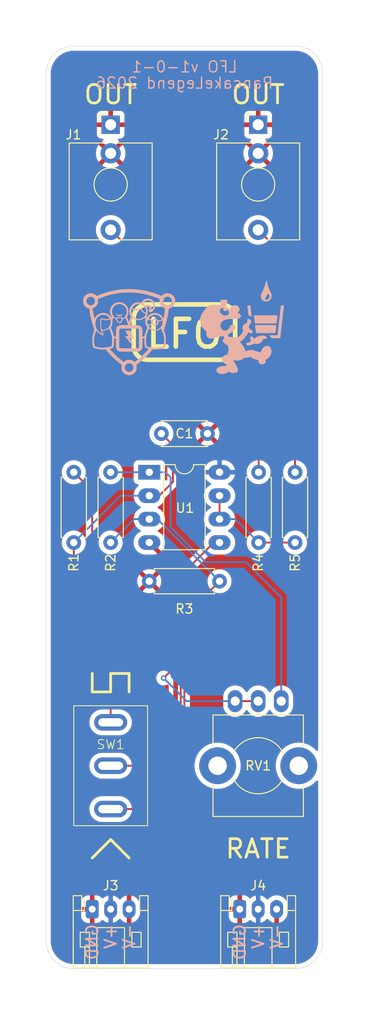
<source format=kicad_pcb>
(kicad_pcb (version 20241229) (generator "pcbnew") (generator_version "9.0")
  (layers (0 "F.Cu" signal) (2 "B.Cu" signal) (13 "F.Paste" user) (15 "B.Paste" user) (5 "F.SilkS" user "F.Silkscreen") (7 "B.SilkS" user "B.Silkscreen") (1 "F.Mask" user) (3 "B.Mask" user) (25 "Edge.Cuts" user))
  (net 0 "")
  (net 1 "GND")
  (net 2 "VDD")
  (net 3 "VSS")
  (net 4 "Net-(SW1-A)")
  (net 5 "Net-(SW1-C)")
  (net 6 "Net-(R2-Pad2)")
  (net 7 "Net-(U1B--)")
  (net 8 "Net-(SW1-B)")
  (net 9 "Net-(J1-PadT)")
  (net 10 "Net-(J2-PadT)")
  (net 11 "Net-(R1-Pad1)")
  (footprint "HackSynth:R_Axial_DIN0207_L6.3mm_D2.5mm_P7.62mm_Horizontal" (layer "F.Cu") (at 162 96.19 -90)
    (property "Reference" "R5" (at 9.81 0 90) (layer "F.SilkS"))
    (property "Value" "1k")
    (pad "1" thru_hole circle (at 0 0 270) (size 1.6 1.6) (drill 0.8) (layers "*.Cu" "*.Mask") (net 10 "Net-(J2-PadT)"))
    (pad "2" thru_hole oval (at 7.62 0 270) (size 1.6 1.6) (drill 0.8) (layers "*.Cu" "*.Mask") (net 7 "Net-(U1B--)"))
  )
  (footprint "HackSynth:R_Axial_DIN0207_L6.3mm_D2.5mm_P7.62mm_Horizontal" (layer "F.Cu") (at 146.19 108)
    (property "Reference" "R3" (at 3.81 3 0) (layer "F.SilkS"))
    (property "Value" "56k")
    (pad "1" thru_hole circle (at 0 0) (size 1.6 1.6) (drill 0.8) (layers "*.Cu" "*.Mask") (net 1 "GND"))
    (pad "2" thru_hole oval (at 7.62 0) (size 1.6 1.6) (drill 0.8) (layers "*.Cu" "*.Mask") (net 5 "Net-(SW1-C)"))
  )
  (footprint "HackSynth:R_Axial_DIN0207_L6.3mm_D2.5mm_P7.62mm_Horizontal" (layer "F.Cu") (at 138 96.19 -90)
    (property "Reference" "R1" (at 9.81 0 90) (layer "F.SilkS"))
    (property "Value" "10k")
    (pad "1" thru_hole circle (at 0 0 270) (size 1.6 1.6) (drill 0.8) (layers "*.Cu" "*.Mask") (net 11 "Net-(R1-Pad1)"))
    (pad "2" thru_hole oval (at 7.62 0 270) (size 1.6 1.6) (drill 0.8) (layers "*.Cu" "*.Mask") (net 4 "Net-(SW1-A)"))
  )
  (footprint "HackSynth:R_Axial_DIN0207_L6.3mm_D2.5mm_P7.62mm_Horizontal" (layer "F.Cu") (at 158.05 96.19 -90)
    (property "Reference" "R4" (at 9.81 0.05 90) (layer "F.SilkS"))
    (property "Value" "1k")
    (pad "1" thru_hole circle (at 0 0 270) (size 1.6 1.6) (drill 0.8) (layers "*.Cu" "*.Mask") (net 9 "Net-(J1-PadT)"))
    (pad "2" thru_hole oval (at 7.62 0 270) (size 1.6 1.6) (drill 0.8) (layers "*.Cu" "*.Mask") (net 7 "Net-(U1B--)"))
  )
  (footprint "HackSynth:R_Axial_DIN0207_L6.3mm_D2.5mm_P7.62mm_Horizontal" (layer "F.Cu") (at 142 103.81 90)
    (property "Reference" "R2" (at -2.19 0 90) (layer "F.SilkS"))
    (property "Value" "100k")
    (pad "1" thru_hole circle (at 0 0 90) (size 1.6 1.6) (drill 0.8) (layers "*.Cu" "*.Mask") (net 5 "Net-(SW1-C)"))
    (pad "2" thru_hole oval (at 7.62 0 90) (size 1.6 1.6) (drill 0.8) (layers "*.Cu" "*.Mask") (net 6 "Net-(R2-Pad2)"))
  )
  (footprint "HackSynth:Module 30x100mm" (layer "F.Cu") (at 150 100)
    (property "Reference" "REF**" (hide yes))
    (property "Value" "Untitled" (hide yes))
    (fp_line (start -14.999999 -47) (end -15 47) (stroke (width 0.05)) (layer "Edge.Cuts"))
    (fp_line (start -12 49.999999) (end 12 50) (stroke (width 0.05)) (layer "Edge.Cuts"))
    (fp_line (start 12 -50) (end -12 -50) (stroke (width 0.05)) (layer "Edge.Cuts"))
    (fp_line (start 15 47) (end 15 -47) (stroke (width 0.05)) (layer "Edge.Cuts"))
    (fp_arc (start -15 -47) (mid -14.12132 -49.12132) (end -12 -50) (stroke (width 0.05)) (layer "Edge.Cuts"))
    (fp_arc (start -12 50) (mid -14.12132 49.12132) (end -15 47) (stroke (width 0.05)) (layer "Edge.Cuts"))
    (fp_arc (start 12 -50) (mid 14.12132 -49.12132) (end 15 -47) (stroke (width 0.05)) (layer "Edge.Cuts"))
    (fp_arc (start 15 47) (mid 14.12132 49.12132) (end 12 50) (stroke (width 0.05)) (layer "Edge.Cuts"))
  )
  (footprint "HackSynth:Potentiometer_Alps_RK09K_Horizontal" (layer "F.Cu") (at 158 128 180)
    (property "Reference" "RV1" (at 0 0 0) (layer "F.SilkS"))
    (property "Value" "1M")
    (pad "" np_thru_hole circle (at -4.4 0 270) (size 4 4) (drill 2) (layers "*.Cu" "*.Mask"))
    (pad "" np_thru_hole circle (at 4.4 0 270) (size 4 4) (drill 2) (layers "*.Cu" "*.Mask"))
    (pad "1" thru_hole oval (at 2.500001 7 270) (size 2.4 1.6) (drill 1) (layers "*.Cu" "*.Mask") (net 11 "Net-(R1-Pad1)"))
    (pad "2" thru_hole oval (at 0 7 270) (size 2.4 1.6) (drill 1) (layers "*.Cu" "*.Mask") (net 11 "Net-(R1-Pad1)"))
    (pad "3" thru_hole oval (at -2.500001 7 270) (size 2.4 1.6) (drill 1) (layers "*.Cu" "*.Mask") (net 6 "Net-(R2-Pad2)"))
  )
  (footprint "HackSynth:JST_PH_S3B-PH-K_1x03_P2.00mm_Horizontal" (layer "F.Cu") (at 140 143.55)
    (property "Reference" "J3" (at 2 -2.55 0) (layer "F.SilkS"))
    (property "Value" "Conn_01x03")
    (fp_text user "-V" (at 4 1.5 90) (layer "B.SilkS") (effects (font (size 1.27 1.27) (thickness 0.2)) (justify left mirror)))
    (fp_text user "+V" (at 2 1.5 90) (layer "B.SilkS") (effects (font (size 1.27 1.27) (thickness 0.2)) (justify left mirror)))
    (fp_text user "GND" (at 0 1.5 90) (layer "B.SilkS") (effects (font (size 1.27 1.27) (thickness 0.2)) (justify left mirror)))
    (pad "1" thru_hole roundrect (at 0 0) (size 1.4 2) (drill 0.75) (layers "*.Cu" "*.Mask") (roundrect_rratio 0.208333) (net 1 "GND"))
    (pad "2" thru_hole oval (at 2 0) (size 1.4 2) (drill 0.75) (layers "*.Cu" "*.Mask") (net 2 "VDD"))
    (pad "3" thru_hole oval (at 4 0) (size 1.4 2) (drill 0.75) (layers "*.Cu" "*.Mask") (net 3 "VSS"))
  )
  (footprint "HackSynth:JST_PH_S3B-PH-K_1x03_P2.00mm_Horizontal" (layer "F.Cu") (at 156 143.55)
    (property "Reference" "J4" (at 2 -2.55 0) (layer "F.SilkS"))
    (property "Value" "Conn_01x03")
    (fp_text user "GND" (at 0 1.5 90) (layer "B.SilkS") (effects (font (size 1.27 1.27) (thickness 0.2)) (justify left mirror)))
    (fp_text user "+V" (at 2 1.5 90) (layer "B.SilkS") (effects (font (size 1.27 1.27) (thickness 0.2)) (justify left mirror)))
    (fp_text user "-V" (at 4 1.5 90) (layer "B.SilkS") (effects (font (size 1.27 1.27) (thickness 0.2)) (justify left mirror)))
    (pad "1" thru_hole roundrect (at 0 0) (size 1.4 2) (drill 0.75) (layers "*.Cu" "*.Mask") (roundrect_rratio 0.208333) (net 1 "GND"))
    (pad "2" thru_hole oval (at 2 0) (size 1.4 2) (drill 0.75) (layers "*.Cu" "*.Mask") (net 2 "VDD"))
    (pad "3" thru_hole oval (at 4 0) (size 1.4 2) (drill 0.75) (layers "*.Cu" "*.Mask") (net 3 "VSS"))
  )
  (footprint "HackSynth:Jack_3.5mm" (layer "F.Cu") (at 142 65 180)
    (property "Reference" "J1" (at 4.03 5.4 0) (layer "F.SilkS"))
    (property "Value" "OUT")
    (pad "G" thru_hole rect (at 0 6.48 180) (size 2 2) (drill 1.2) (layers "*.Cu" "*.Mask") (net 1 "GND"))
    (pad "S" thru_hole circle (at 0 3.38 180) (size 2.2 2.2) (drill 1.2) (layers "*.Cu" "*.Mask") (net 1 "GND"))
    (pad "T" thru_hole circle (at 0 -4.92 180) (size 2.2 2.2) (drill 1.2) (layers "*.Cu" "*.Mask") (net 9 "Net-(J1-PadT)"))
    (zone (net 0) (net_name "") (layer "F.Cu") (connect_pads (clearance 0)) (min_thickness 0.254)
      (keepout (tracks not_allowed) (vias not_allowed) (pads not_allowed) (copperpour not_allowed) (footprints not_allowed))
      (fill (thermal_gap 0.508) (thermal_bridge_width 0.508))
      (polygon (pts (xy 143.505141 65) (xy 143.48493 64.754171) (xy 143.424841 64.514945) (xy 143.326486 64.288744) (xy 143.192508 64.081645) (xy 143.026504 63.89921) (xy 142.832932 63.746336) (xy 142.616992 63.627131) (xy 142.384482 63.544794) (xy 142.141646 63.501539) (xy 141.895007 63.498525) (xy 141.651187 63.535835) (xy 141.416734 63.612466) (xy 141.197946 63.72636) (xy 141.000697 63.874458) (xy 140.830286 64.052784) (xy 140.691288 64.256548) (xy 140.587436 64.480278) (xy 140.521519 64.717965) (xy 140.495308 64.963226) (xy 140.509507 65.209475) (xy 140.563734 65.450099) (xy 140.656532 65.678634) (xy 140.785411 65.888945) (xy 140.946908 66.075382) (xy 141.136687 66.232939) (xy 141.34965 66.357385) (xy 141.580079 66.445377) (xy 141.821785 66.494553) (xy 142.068278 66.503592) (xy 142.312936 66.47225) (xy 142.549191 66.40137) (xy 142.770697 66.292856) (xy 142.971505 66.149621) (xy 143.146223 65.975512) (xy 143.290158 65.775205) (xy 143.399445 65.554079) (xy 143.471149 65.318074) (xy 143.503344 65.073526)))
    )
  )
  (footprint "HackSynth:Jack_3.5mm" (layer "F.Cu") (at 158 65 180)
    (property "Reference" "J2" (at 4.03 5.4 0) (layer "F.SilkS"))
    (property "Value" "OUT")
    (pad "G" thru_hole rect (at 0 6.48 180) (size 2 2) (drill 1.2) (layers "*.Cu" "*.Mask") (net 1 "GND"))
    (pad "S" thru_hole circle (at 0 3.38 180) (size 2.2 2.2) (drill 1.2) (layers "*.Cu" "*.Mask") (net 1 "GND"))
    (pad "T" thru_hole circle (at 0 -4.92 180) (size 2.2 2.2) (drill 1.2) (layers "*.Cu" "*.Mask") (net 10 "Net-(J2-PadT)"))
    (zone (net 0) (net_name "") (layer "F.Cu") (connect_pads (clearance 0)) (min_thickness 0.254)
      (keepout (tracks not_allowed) (vias not_allowed) (pads not_allowed) (copperpour not_allowed) (footprints not_allowed))
      (fill (thermal_gap 0.508) (thermal_bridge_width 0.508))
      (polygon (pts (xy 159.505141 65) (xy 159.48493 64.754171) (xy 159.424841 64.514945) (xy 159.326486 64.288744) (xy 159.192508 64.081645) (xy 159.026504 63.89921) (xy 158.832932 63.746336) (xy 158.616992 63.627131) (xy 158.384482 63.544794) (xy 158.141646 63.501539) (xy 157.895007 63.498525) (xy 157.651187 63.535835) (xy 157.416734 63.612466) (xy 157.197946 63.72636) (xy 157.000697 63.874458) (xy 156.830286 64.052784) (xy 156.691288 64.256548) (xy 156.587436 64.480278) (xy 156.521519 64.717965) (xy 156.495308 64.963226) (xy 156.509507 65.209475) (xy 156.563734 65.450099) (xy 156.656532 65.678634) (xy 156.785411 65.888945) (xy 156.946908 66.075382) (xy 157.136687 66.232939) (xy 157.34965 66.357385) (xy 157.580079 66.445377) (xy 157.821785 66.494553) (xy 158.068278 66.503592) (xy 158.312936 66.47225) (xy 158.549191 66.40137) (xy 158.770697 66.292856) (xy 158.971505 66.149621) (xy 159.146223 65.975512) (xy 159.290158 65.775205) (xy 159.399445 65.554079) (xy 159.471149 65.318074) (xy 159.503344 65.073526)))
    )
  )
  (footprint "HackSynth:Switch SPDT - MTS-102" (layer "F.Cu") (at 142 128)
    (property "Reference" "SW1" (at 0 -2.3 0) (layer "F.SilkS") (effects (font (thickness 0.1))))
    (property "Value" "SW_SPDT" (hide yes))
    (pad "1" thru_hole oval (at 0 -4.7) (size 3.6 1.8) (drill oval 2.7 0.9) (layers "*.Cu" "*.Mask") (net 4 "Net-(SW1-A)"))
    (pad "2" thru_hole oval (at 0 0) (size 3.6 1.8) (drill oval 2.7 0.9) (layers "*.Cu" "*.Mask") (net 8 "Net-(SW1-B)"))
    (pad "3" thru_hole oval (at 0 4.7) (size 3.6 1.8) (drill oval 2.7 0.9) (layers "*.Cu" "*.Mask") (net 5 "Net-(SW1-C)"))
  )
  (footprint "HackSynth:DIP-8_W7.62mm_LongPads" (layer "F.Cu") (at 150 100)
    (property "Reference" "U1" (at 0.065 0.07 0) (layer "F.SilkS"))
    (property "Value" "TL072")
    (pad "1" thru_hole rect (at -3.81 -3.81) (size 2.4 1.6) (drill 0.8) (layers "*.Cu" "*.Mask") (net 6 "Net-(R2-Pad2)"))
    (pad "2" thru_hole oval (at -3.81 -1.27) (size 2.4 1.6) (drill 0.8) (layers "*.Cu" "*.Mask") (net 4 "Net-(SW1-A)"))
    (pad "3" thru_hole oval (at -3.81 1.27) (size 2.4 1.6) (drill 0.8) (layers "*.Cu" "*.Mask") (net 5 "Net-(SW1-C)"))
    (pad "4" thru_hole oval (at -3.81 3.81) (size 2.4 1.6) (drill 0.8) (layers "*.Cu" "*.Mask") (net 3 "VSS"))
    (pad "5" thru_hole oval (at 3.81 3.81) (size 2.4 1.6) (drill 0.8) (layers "*.Cu" "*.Mask") (net 8 "Net-(SW1-B)"))
    (pad "6" thru_hole oval (at 3.81 1.27) (size 2.4 1.6) (drill 0.8) (layers "*.Cu" "*.Mask") (net 7 "Net-(U1B--)"))
    (pad "7" thru_hole oval (at 3.81 -1.27) (size 2.4 1.6) (drill 0.8) (layers "*.Cu" "*.Mask") (net 7 "Net-(U1B--)"))
    (pad "8" thru_hole oval (at 3.81 -3.81) (size 2.4 1.6) (drill 0.8) (layers "*.Cu" "*.Mask") (net 2 "VDD"))
  )
  (footprint "HackSynth:C_Ceramic_D4.5mm_P5.00mm" (layer "F.Cu") (at 147.5 92)
    (property "Reference" "C1" (at 2.5 0.000001 0) (layer "F.SilkS"))
    (property "Value" "2µ2")
    (pad "1" thru_hole circle (at 0 0) (size 1.6 1.6) (drill 0.8) (layers "*.Cu" "*.Mask") (net 4 "Net-(SW1-A)"))
    (pad "2" thru_hole circle (at 5 0) (size 1.6 1.6) (drill 0.8) (layers "*.Cu" "*.Mask") (net 1 "GND"))
  )
  (footprint "HackSynth:CCHS Logo - 10mm" (layer "B.Cu") (at 144 81 180)
    (property "Reference" "Ref**" (hide yes))
    (property "Value" "Val**" (hide yes))
  )
  (footprint "HackSynth:PancakeLegend Logo - 10mm Invert" (layer "B.Cu") (at 156.4 80.5 180)
    (property "Reference" "G***" (hide yes))
    (property "Value" "LOGO" (hide yes))
  )
  (gr_arc (start 154 77.999999) (mid 155.06066 78.439339) (end 155.5 79.499999) (stroke (width 0.5)) (layer "F.SilkS"))
  (gr_line (start 140 138) (end 142 136) (stroke (width 0.3)) (layer "F.SilkS"))
  (gr_line (start 145.999999 83.999999) (end 154.000001 84) (stroke (width 0.5)) (layer "F.SilkS"))
  (gr_line (start 144.499999 79.499998) (end 144.499999 82.499998) (stroke (width 0.5)) (layer "F.SilkS"))
  (gr_arc (start 145.999999 84) (mid 144.939339 83.56066) (end 144.499999 82.5) (stroke (width 0.5)) (layer "F.SilkS"))
  (gr_line (start 142 118) (end 142 120) (stroke (width 0.3)) (layer "F.SilkS"))
  (gr_line (start 142 118) (end 144 118) (stroke (width 0.3)) (layer "F.SilkS"))
  (gr_line (start 155.5 79.499999) (end 155.5 82.499999) (stroke (width 0.5)) (layer "F.SilkS"))
  (gr_line (start 142 136) (end 144 138) (stroke (width 0.3)) (layer "F.SilkS"))
  (gr_arc (start 144.499999 79.499998) (mid 144.939339 78.439338) (end 145.999999 77.999998) (stroke (width 0.5)) (layer "F.SilkS"))
  (gr_line (start 140 118) (end 140 120) (stroke (width 0.3)) (layer "F.SilkS"))
  (gr_line (start 146 77.999998) (end 154 77.999999) (stroke (width 0.5)) (layer "F.SilkS"))
  (gr_line (start 140 120) (end 142 120) (stroke (width 0.3)) (layer "F.SilkS"))
  (gr_line (start 144 118) (end 144 120) (stroke (width 0.3)) (layer "F.SilkS"))
  (gr_arc (start 155.500001 82.5) (mid 155.060661 83.56066) (end 154.000001 84) (stroke (width 0.5)) (layer "F.SilkS"))
  (gr_text "OUT\n" (at 158 55.25 0) (layer "F.SilkS") (effects (font (size 2 2) (thickness 0.3))))
  (gr_text "RATE" (at 158.000001 137 0) (layer "F.SilkS") (effects (font (size 2 2) (thickness 0.3))))
  (gr_text "LFO" (at 150 81.2 0) (layer "F.SilkS") (effects (font (size 3 3) (thickness 0.5) (bold yes))))
  (gr_text "OUT\n" (at 142 55.25 0) (layer "F.SilkS") (effects (font (size 2 2) (thickness 0.3))))
  (gr_text "LFO v1-0-1" (at 150 52.250001 0) (layer "B.SilkS") (effects (font (size 1.2 1.2)) (justify mirror)))
  (gr_text "PancakeLegend 2026" (at 150 54 0) (layer "B.SilkS") (effects (font (size 1.2 1.2)) (justify mirror)))
  (segment (start 139 136) (end 139 127) (width 0.5) (layer "F.Cu") (net 3))
  (segment (start 144 143.55) (end 144 145.5) (width 0.5) (layer "F.Cu") (net 3))
  (segment (start 149.048 124.452) (end 149.048 106.668) (width 0.5) (layer "F.Cu") (net 3))
  (segment (start 160 145.5) (end 160 143.55) (width 0.5) (layer "F.Cu") (net 3))
  (segment (start 148 125.5) (end 149.048 124.452) (width 0.5) (layer "F.Cu") (net 3))
  (segment (start 144 141) (end 139 136) (width 0.5) (layer "F.Cu") (net 3))
  (segment (start 144 143.55) (end 144 141) (width 0.5) (layer "F.Cu") (net 3))
  (segment (start 139 127) (end 140.5 125.5) (width 0.5) (layer "F.Cu") (net 3))
  (segment (start 144 145.5) (end 145 146.5) (width 0.5) (layer "F.Cu") (net 3))
  (segment (start 145 146.5) (end 159 146.5) (width 0.5) (layer "F.Cu") (net 3))
  (segment (start 159 146.5) (end 160 145.5) (width 0.5) (layer "F.Cu") (net 3))
  (segment (start 140.5 125.5) (end 148 125.5) (width 0.5) (layer "F.Cu") (net 3))
  (segment (start 149.048 106.668) (end 146.19 103.81) (width 0.5) (layer "F.Cu") (net 3))
  (segment (start 138 114) (end 138 103.81) (width 0.2) (layer "F.Cu") (net 4))
  (segment (start 147.27 98.73) (end 148.75 97.25) (width 0.2) (layer "F.Cu") (net 4))
  (segment (start 146.19 98.73) (end 147.27 98.73) (width 0.2) (layer "F.Cu") (net 4))
  (segment (start 142 118) (end 138 114) (width 0.2) (layer "F.Cu") (net 4))
  (segment (start 148.75 97.25) (end 148.75 93.25) (width 0.2) (layer "F.Cu") (net 4))
  (segment (start 142 123.3) (end 142 118) (width 0.2) (layer "F.Cu") (net 4))
  (segment (start 148.75 93.25) (end 147.5 92) (width 0.2) (layer "F.Cu") (net 4))
  (segment (start 146.19 98.73) (end 143.08 98.73) (width 0.2) (layer "B.Cu") (net 4))
  (segment (start 143.08 98.73) (end 138 103.81) (width 0.2) (layer "B.Cu") (net 4))
  (segment (start 150 128) (end 150 111.81) (width 0.2) (layer "F.Cu") (net 5))
  (segment (start 142 132.7) (end 145.3 132.7) (width 0.2) (layer "F.Cu") (net 5))
  (segment (start 145.3 132.7) (end 150 128) (width 0.2) (layer "F.Cu") (net 5))
  (segment (start 150 111.81) (end 153.81 108) (width 0.2) (layer "F.Cu") (net 5))
  (segment (start 144.54 101.27) (end 142 103.81) (width 0.2) (layer "B.Cu") (net 5))
  (segment (start 146.19 101.27) (end 147.08 101.27) (width 0.2) (layer "B.Cu") (net 5))
  (segment (start 147.08 101.27) (end 153.81 108) (width 0.2) (layer "B.Cu") (net 5))
  (segment (start 146.19 101.27) (end 144.54 101.27) (width 0.2) (layer "B.Cu") (net 5))
  (segment (start 156.68645 105.93645) (end 160.5 109.75) (width 0.2) (layer "B.Cu") (net 6))
  (segment (start 142 96.19) (end 146.19 96.19) (width 0.2) (layer "B.Cu") (net 6))
  (segment (start 148.5 96.75) (end 148.5 102.1229) (width 0.2) (layer "B.Cu") (net 6))
  (segment (start 160.5 109.75) (end 160.500001 121) (width 0.2) (layer "B.Cu") (net 6))
  (segment (start 147.94 96.19) (end 148.5 96.75) (width 0.2) (layer "B.Cu") (net 6))
  (segment (start 148.5 102.1229) (end 152.31355 105.93645) (width 0.2) (layer "B.Cu") (net 6))
  (segment (start 152.31355 105.93645) (end 156.68645 105.93645) (width 0.2) (layer "B.Cu") (net 6))
  (segment (start 146.19 96.19) (end 147.94 96.19) (width 0.2) (layer "B.Cu") (net 6))
  (segment (start 153.81 101.27) (end 153.81 98.73) (width 0.2) (layer "F.Cu") (net 7))
  (segment (start 158.05 103.81) (end 162 103.81) (width 0.2) (layer "F.Cu") (net 7))
  (segment (start 153.81 101.27) (end 155.51 101.27) (width 0.2) (layer "B.Cu") (net 7))
  (segment (start 155.51 101.27) (end 158.05 103.81) (width 0.2) (layer "B.Cu") (net 7))
  (segment (start 153.19 103.81) (end 153.81 103.81) (width 0.2) (layer "F.Cu") (net 8))
  (segment (start 149.599 124.680232) (end 146.279232 128) (width 0.2) (layer "F.Cu") (net 8))
  (segment (start 149.599 122.3) (end 149.599 124.680232) (width 0.2) (layer "F.Cu") (net 8))
  (segment (start 149.599 122.3) (end 149.599 107.401) (width 0.2) (layer "F.Cu") (net 8))
  (segment (start 149.599 107.401) (end 153.19 103.81) (width 0.2) (layer "F.Cu") (net 8))
  (segment (start 146.279232 128) (end 142 128) (width 0.2) (layer "F.Cu") (net 8))
  (segment (start 158.05 85.969999) (end 142 69.919999) (width 0.2) (layer "F.Cu") (net 9))
  (segment (start 158.05 96.19) (end 158.05 85.969999) (width 0.2) (layer "F.Cu") (net 9))
  (segment (start 162 73.919999) (end 158 69.919999) (width 0.2) (layer "F.Cu") (net 10))
  (segment (start 162 96.19) (end 162 73.919999) (width 0.2) (layer "F.Cu") (net 10))
  (segment (start 138 96.19) (end 140 98.19) (width 0.2) (layer "F.Cu") (net 11))
  (segment (start 140 105.75) (end 148.497 114.247) (width 0.2) (layer "F.Cu") (net 11))
  (segment (start 148.497 114.247) (end 148.497 117.753) (width 0.2) (layer "F.Cu") (net 11))
  (segment (start 148.497 117.753) (end 147.75 118.5) (width 0.2) (layer "F.Cu") (net 11))
  (segment (start 140 98.19) (end 140 105.75) (width 0.2) (layer "F.Cu") (net 11))
  (segment (start 158 121) (end 155.499999 121) (width 0.2) (layer "F.Cu") (net 11))
  (via (at 147.75 118.5) (size 0.6) (drill 0.3) (layers "F.Cu" "B.Cu") (net 11))
  (segment (start 150.25 121) (end 147.75 118.5) (width 0.2) (layer "B.Cu") (net 11))
  (segment (start 155.499999 121) (end 150.25 121) (width 0.2) (layer "B.Cu") (net 11))
  (zone (net 1) (net_name "GND") (layer "F.Cu") (connect_pads (clearance 0.5)) (min_thickness 0.25) (fill yes (thermal_gap 0.5) (thermal_bridge_width 0.5) (island_removal_mode 1) (island_area_min 10))
    (polygon (pts (xy 130 45) (xy 170 45) (xy 170 155) (xy 130 155)))
  )
  (zone (net 2) (net_name "VDD") (layer "B.Cu") (priority 1) (connect_pads (clearance 0.5)) (min_thickness 0.25) (fill yes (thermal_gap 0.5) (thermal_bridge_width 0.5))
    (polygon (pts (xy 131 46) (xy 171 46) (xy 171 156) (xy 131 156)))
  )
)
</source>
